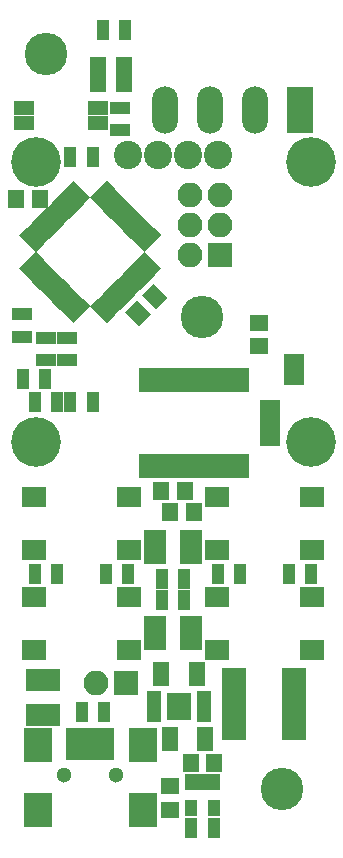
<source format=gbr>
G04 #@! TF.FileFunction,Soldermask,Top*
%FSLAX46Y46*%
G04 Gerber Fmt 4.6, Leading zero omitted, Abs format (unit mm)*
G04 Created by KiCad (PCBNEW 4.0.5) date 03/28/17 16:53:09*
%MOMM*%
%LPD*%
G01*
G04 APERTURE LIST*
%ADD10C,0.100000*%
%ADD11R,1.650000X1.400000*%
%ADD12R,1.400000X1.650000*%
%ADD13R,1.400000X2.000000*%
%ADD14R,3.000000X1.900000*%
%ADD15R,1.900000X3.000000*%
%ADD16R,1.670000X1.370000*%
%ADD17R,2.000000X6.100000*%
%ADD18R,0.900000X2.700000*%
%ADD19R,2.400000X2.900000*%
%ADD20C,1.300000*%
%ADD21R,2.100000X2.100000*%
%ADD22O,2.100000X2.100000*%
%ADD23R,1.100000X1.700000*%
%ADD24R,1.700000X1.100000*%
%ADD25R,1.050000X1.460000*%
%ADD26R,0.850000X2.150000*%
%ADD27R,1.290000X0.705000*%
%ADD28R,1.240000X1.340000*%
%ADD29R,1.460000X1.050000*%
%ADD30R,1.700000X1.200000*%
%ADD31C,2.400000*%
%ADD32C,4.200000*%
%ADD33R,2.000000X1.800000*%
%ADD34R,2.200000X4.000000*%
%ADD35O,2.200000X4.000000*%
%ADD36C,3.600000*%
G04 APERTURE END LIST*
D10*
D11*
X139000000Y-116250000D03*
X139000000Y-118250000D03*
D12*
X138250000Y-91250000D03*
X140250000Y-91250000D03*
X139000000Y-93000000D03*
X141000000Y-93000000D03*
X140750000Y-114250000D03*
X142750000Y-114250000D03*
D11*
X146500000Y-77000000D03*
X146500000Y-79000000D03*
D13*
X138250000Y-106750000D03*
X141250000Y-106750000D03*
D10*
G36*
X136381281Y-77285445D02*
X135214555Y-76118719D01*
X136204505Y-75128769D01*
X137371231Y-76295495D01*
X136381281Y-77285445D01*
X136381281Y-77285445D01*
G37*
G36*
X137795495Y-75871231D02*
X136628769Y-74704505D01*
X137618719Y-73714555D01*
X138785445Y-74881281D01*
X137795495Y-75871231D01*
X137795495Y-75871231D01*
G37*
D12*
X128000000Y-66500000D03*
X126000000Y-66500000D03*
D13*
X139000000Y-112250000D03*
X142000000Y-112250000D03*
D14*
X128250000Y-107250000D03*
X128250000Y-110250000D03*
D15*
X140750000Y-103250000D03*
X137750000Y-103250000D03*
X140750000Y-96000000D03*
X137750000Y-96000000D03*
D16*
X147500000Y-86770000D03*
X147500000Y-85500000D03*
X147500000Y-84230000D03*
X149500000Y-81640000D03*
X149500000Y-80360000D03*
D17*
X144460000Y-109250000D03*
X149540000Y-109250000D03*
D18*
X130650000Y-112700000D03*
X131450000Y-112700000D03*
X132250000Y-112700000D03*
X133050000Y-112700000D03*
X133850000Y-112700000D03*
D19*
X127800000Y-112800000D03*
X127800000Y-118300000D03*
X136700000Y-112800000D03*
X136700000Y-118300000D03*
D20*
X130050000Y-115300000D03*
X134450000Y-115300000D03*
D21*
X135250000Y-107500000D03*
D22*
X132710000Y-107500000D03*
D23*
X133450000Y-110000000D03*
X131550000Y-110000000D03*
X140800000Y-119750000D03*
X142700000Y-119750000D03*
X127550000Y-98250000D03*
X129450000Y-98250000D03*
X143050000Y-98250000D03*
X144950000Y-98250000D03*
X135450000Y-98250000D03*
X133550000Y-98250000D03*
X150950000Y-98250000D03*
X149050000Y-98250000D03*
D24*
X130250000Y-80200000D03*
X130250000Y-78300000D03*
X128500000Y-80200000D03*
X128500000Y-78300000D03*
D23*
X126550000Y-81750000D03*
X128450000Y-81750000D03*
X127550000Y-83750000D03*
X129450000Y-83750000D03*
X130550000Y-83750000D03*
X132450000Y-83750000D03*
D24*
X126500000Y-78200000D03*
X126500000Y-76300000D03*
D25*
X142700000Y-115900000D03*
X141750000Y-115900000D03*
X140800000Y-115900000D03*
X140800000Y-118100000D03*
X142700000Y-118100000D03*
D26*
X145225000Y-81900000D03*
X144575000Y-81900000D03*
X143925000Y-81900000D03*
X143275000Y-81900000D03*
X142625000Y-81900000D03*
X141975000Y-81900000D03*
X141325000Y-81900000D03*
X140675000Y-81900000D03*
X140025000Y-81900000D03*
X139375000Y-81900000D03*
X138725000Y-81900000D03*
X138075000Y-81900000D03*
X137425000Y-81900000D03*
X136775000Y-81900000D03*
X136775000Y-89100000D03*
X137425000Y-89100000D03*
X138075000Y-89100000D03*
X138725000Y-89100000D03*
X139375000Y-89100000D03*
X140025000Y-89100000D03*
X140675000Y-89100000D03*
X141325000Y-89100000D03*
X141975000Y-89100000D03*
X142625000Y-89100000D03*
X143275000Y-89100000D03*
X143925000Y-89100000D03*
X144575000Y-89100000D03*
X145225000Y-89100000D03*
D27*
X137645000Y-108500000D03*
X137645000Y-109000000D03*
X137645000Y-109500000D03*
X137645000Y-110000000D03*
X137645000Y-110500000D03*
X141855000Y-110500000D03*
X141855000Y-110000000D03*
X141855000Y-109500000D03*
X141855000Y-109000000D03*
X141855000Y-108500000D03*
D28*
X140170000Y-109970000D03*
X140170000Y-109030000D03*
X139330000Y-109970000D03*
X139330000Y-109030000D03*
D10*
G36*
X134318288Y-76356334D02*
X133646536Y-77028086D01*
X132232322Y-75613872D01*
X132904074Y-74942120D01*
X134318288Y-76356334D01*
X134318288Y-76356334D01*
G37*
G36*
X134883973Y-75790648D02*
X134212221Y-76462400D01*
X132798007Y-75048186D01*
X133469759Y-74376434D01*
X134883973Y-75790648D01*
X134883973Y-75790648D01*
G37*
G36*
X135449659Y-75224963D02*
X134777907Y-75896715D01*
X133363693Y-74482501D01*
X134035445Y-73810749D01*
X135449659Y-75224963D01*
X135449659Y-75224963D01*
G37*
G36*
X136015344Y-74659278D02*
X135343592Y-75331030D01*
X133929378Y-73916816D01*
X134601130Y-73245064D01*
X136015344Y-74659278D01*
X136015344Y-74659278D01*
G37*
G36*
X136581030Y-74093592D02*
X135909278Y-74765344D01*
X134495064Y-73351130D01*
X135166816Y-72679378D01*
X136581030Y-74093592D01*
X136581030Y-74093592D01*
G37*
G36*
X137146715Y-73527907D02*
X136474963Y-74199659D01*
X135060749Y-72785445D01*
X135732501Y-72113693D01*
X137146715Y-73527907D01*
X137146715Y-73527907D01*
G37*
G36*
X137712400Y-72962221D02*
X137040648Y-73633973D01*
X135626434Y-72219759D01*
X136298186Y-71548007D01*
X137712400Y-72962221D01*
X137712400Y-72962221D01*
G37*
G36*
X138278086Y-72396536D02*
X137606334Y-73068288D01*
X136192120Y-71654074D01*
X136863872Y-70982322D01*
X138278086Y-72396536D01*
X138278086Y-72396536D01*
G37*
G36*
X137606334Y-68931712D02*
X138278086Y-69603464D01*
X136863872Y-71017678D01*
X136192120Y-70345926D01*
X137606334Y-68931712D01*
X137606334Y-68931712D01*
G37*
G36*
X137040648Y-68366027D02*
X137712400Y-69037779D01*
X136298186Y-70451993D01*
X135626434Y-69780241D01*
X137040648Y-68366027D01*
X137040648Y-68366027D01*
G37*
G36*
X136474963Y-67800341D02*
X137146715Y-68472093D01*
X135732501Y-69886307D01*
X135060749Y-69214555D01*
X136474963Y-67800341D01*
X136474963Y-67800341D01*
G37*
G36*
X135909278Y-67234656D02*
X136581030Y-67906408D01*
X135166816Y-69320622D01*
X134495064Y-68648870D01*
X135909278Y-67234656D01*
X135909278Y-67234656D01*
G37*
G36*
X135343592Y-66668970D02*
X136015344Y-67340722D01*
X134601130Y-68754936D01*
X133929378Y-68083184D01*
X135343592Y-66668970D01*
X135343592Y-66668970D01*
G37*
G36*
X134777907Y-66103285D02*
X135449659Y-66775037D01*
X134035445Y-68189251D01*
X133363693Y-67517499D01*
X134777907Y-66103285D01*
X134777907Y-66103285D01*
G37*
G36*
X134212221Y-65537600D02*
X134883973Y-66209352D01*
X133469759Y-67623566D01*
X132798007Y-66951814D01*
X134212221Y-65537600D01*
X134212221Y-65537600D01*
G37*
G36*
X133646536Y-64971914D02*
X134318288Y-65643666D01*
X132904074Y-67057880D01*
X132232322Y-66386128D01*
X133646536Y-64971914D01*
X133646536Y-64971914D01*
G37*
G36*
X132267678Y-66386128D02*
X131595926Y-67057880D01*
X130181712Y-65643666D01*
X130853464Y-64971914D01*
X132267678Y-66386128D01*
X132267678Y-66386128D01*
G37*
G36*
X131701993Y-66951814D02*
X131030241Y-67623566D01*
X129616027Y-66209352D01*
X130287779Y-65537600D01*
X131701993Y-66951814D01*
X131701993Y-66951814D01*
G37*
G36*
X131136307Y-67517499D02*
X130464555Y-68189251D01*
X129050341Y-66775037D01*
X129722093Y-66103285D01*
X131136307Y-67517499D01*
X131136307Y-67517499D01*
G37*
G36*
X130570622Y-68083184D02*
X129898870Y-68754936D01*
X128484656Y-67340722D01*
X129156408Y-66668970D01*
X130570622Y-68083184D01*
X130570622Y-68083184D01*
G37*
G36*
X130004936Y-68648870D02*
X129333184Y-69320622D01*
X127918970Y-67906408D01*
X128590722Y-67234656D01*
X130004936Y-68648870D01*
X130004936Y-68648870D01*
G37*
G36*
X129439251Y-69214555D02*
X128767499Y-69886307D01*
X127353285Y-68472093D01*
X128025037Y-67800341D01*
X129439251Y-69214555D01*
X129439251Y-69214555D01*
G37*
G36*
X128873566Y-69780241D02*
X128201814Y-70451993D01*
X126787600Y-69037779D01*
X127459352Y-68366027D01*
X128873566Y-69780241D01*
X128873566Y-69780241D01*
G37*
G36*
X128307880Y-70345926D02*
X127636128Y-71017678D01*
X126221914Y-69603464D01*
X126893666Y-68931712D01*
X128307880Y-70345926D01*
X128307880Y-70345926D01*
G37*
G36*
X127636128Y-70982322D02*
X128307880Y-71654074D01*
X126893666Y-73068288D01*
X126221914Y-72396536D01*
X127636128Y-70982322D01*
X127636128Y-70982322D01*
G37*
G36*
X128201814Y-71548007D02*
X128873566Y-72219759D01*
X127459352Y-73633973D01*
X126787600Y-72962221D01*
X128201814Y-71548007D01*
X128201814Y-71548007D01*
G37*
G36*
X128767499Y-72113693D02*
X129439251Y-72785445D01*
X128025037Y-74199659D01*
X127353285Y-73527907D01*
X128767499Y-72113693D01*
X128767499Y-72113693D01*
G37*
G36*
X129333184Y-72679378D02*
X130004936Y-73351130D01*
X128590722Y-74765344D01*
X127918970Y-74093592D01*
X129333184Y-72679378D01*
X129333184Y-72679378D01*
G37*
G36*
X129898870Y-73245064D02*
X130570622Y-73916816D01*
X129156408Y-75331030D01*
X128484656Y-74659278D01*
X129898870Y-73245064D01*
X129898870Y-73245064D01*
G37*
G36*
X130464555Y-73810749D02*
X131136307Y-74482501D01*
X129722093Y-75896715D01*
X129050341Y-75224963D01*
X130464555Y-73810749D01*
X130464555Y-73810749D01*
G37*
G36*
X131030241Y-74376434D02*
X131701993Y-75048186D01*
X130287779Y-76462400D01*
X129616027Y-75790648D01*
X131030241Y-74376434D01*
X131030241Y-74376434D01*
G37*
G36*
X131595926Y-74942120D02*
X132267678Y-75613872D01*
X130853464Y-77028086D01*
X130181712Y-76356334D01*
X131595926Y-74942120D01*
X131595926Y-74942120D01*
G37*
D23*
X138300000Y-98750000D03*
X140200000Y-98750000D03*
X138300000Y-100500000D03*
X140200000Y-100500000D03*
D21*
X143250000Y-71250000D03*
D22*
X140710000Y-71250000D03*
X143250000Y-68710000D03*
X140710000Y-68710000D03*
X143250000Y-66170000D03*
X140710000Y-66170000D03*
D24*
X134750000Y-60700000D03*
X134750000Y-58800000D03*
D23*
X130550000Y-63000000D03*
X132450000Y-63000000D03*
X133300000Y-52250000D03*
X135200000Y-52250000D03*
D29*
X132900000Y-55050000D03*
X132900000Y-56000000D03*
X132900000Y-56950000D03*
X135100000Y-56950000D03*
X135100000Y-55050000D03*
X135100000Y-56000000D03*
D30*
X132900000Y-60140000D03*
X132900000Y-58860000D03*
X126600000Y-58860000D03*
X126600000Y-60140000D03*
D31*
X143060000Y-62850000D03*
X140520000Y-62850000D03*
X137980000Y-62850000D03*
X135440000Y-62850000D03*
D32*
X150900000Y-63400000D03*
X127650000Y-63400000D03*
X127650000Y-87150000D03*
X150900000Y-87150000D03*
D33*
X135500000Y-91750000D03*
X127500000Y-91750000D03*
X135500000Y-96250000D03*
X127500000Y-96250000D03*
X151000000Y-91750000D03*
X143000000Y-91750000D03*
X151000000Y-96250000D03*
X143000000Y-96250000D03*
X127500000Y-104750000D03*
X135500000Y-104750000D03*
X127500000Y-100250000D03*
X135500000Y-100250000D03*
X143000000Y-104750000D03*
X151000000Y-104750000D03*
X143000000Y-100250000D03*
X151000000Y-100250000D03*
D34*
X150000000Y-59000000D03*
D35*
X146190000Y-59000000D03*
X142380000Y-59000000D03*
X138570000Y-59000000D03*
D36*
X128500000Y-54250000D03*
X141750000Y-76500000D03*
X148500000Y-116500000D03*
M02*

</source>
